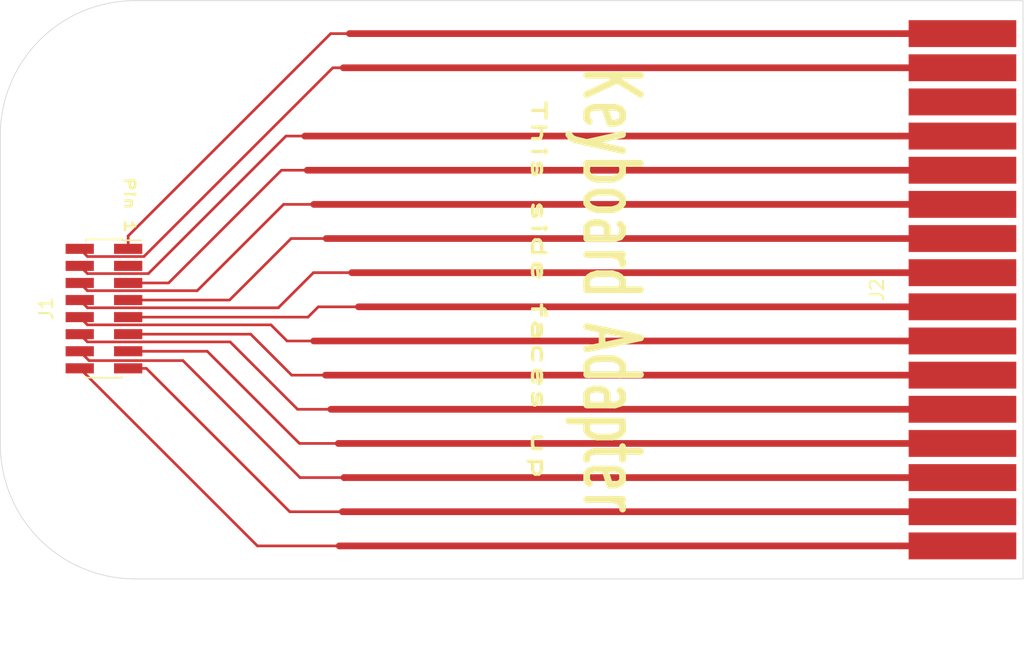
<source format=kicad_pcb>
(kicad_pcb (version 20171130) (host pcbnew "(5.1.10)-1")

  (general
    (thickness 1.6)
    (drawings 15)
    (tracks 70)
    (zones 0)
    (modules 2)
    (nets 18)
  )

  (page A4)
  (layers
    (0 F.Cu signal)
    (31 B.Cu signal)
    (32 B.Adhes user)
    (33 F.Adhes user)
    (34 B.Paste user)
    (35 F.Paste user)
    (36 B.SilkS user)
    (37 F.SilkS user)
    (38 B.Mask user)
    (39 F.Mask user)
    (40 Dwgs.User user)
    (41 Cmts.User user)
    (42 Eco1.User user)
    (43 Eco2.User user)
    (44 Edge.Cuts user)
    (45 Margin user)
    (46 B.CrtYd user)
    (47 F.CrtYd user)
    (48 B.Fab user)
    (49 F.Fab user)
  )

  (setup
    (last_trace_width 0.2)
    (user_trace_width 0.5)
    (trace_clearance 0.1)
    (zone_clearance 0.508)
    (zone_45_only no)
    (trace_min 0.2)
    (via_size 0.8)
    (via_drill 0.4)
    (via_min_size 0.4)
    (via_min_drill 0.3)
    (uvia_size 0.3)
    (uvia_drill 0.1)
    (uvias_allowed no)
    (uvia_min_size 0.2)
    (uvia_min_drill 0.1)
    (edge_width 0.05)
    (segment_width 0.2)
    (pcb_text_width 0.3)
    (pcb_text_size 1.5 1.5)
    (mod_edge_width 0.12)
    (mod_text_size 1 1)
    (mod_text_width 0.15)
    (pad_size 2.1 0.75)
    (pad_drill 0)
    (pad_to_mask_clearance 0)
    (aux_axis_origin 0 0)
    (visible_elements 7FFFFFFF)
    (pcbplotparams
      (layerselection 0x010fc_ffffffff)
      (usegerberextensions true)
      (usegerberattributes false)
      (usegerberadvancedattributes false)
      (creategerberjobfile false)
      (excludeedgelayer true)
      (linewidth 0.100000)
      (plotframeref false)
      (viasonmask false)
      (mode 1)
      (useauxorigin false)
      (hpglpennumber 1)
      (hpglpenspeed 20)
      (hpglpendiameter 15.000000)
      (psnegative false)
      (psa4output false)
      (plotreference true)
      (plotvalue true)
      (plotinvisibletext false)
      (padsonsilk false)
      (subtractmaskfromsilk false)
      (outputformat 1)
      (mirror false)
      (drillshape 0)
      (scaleselection 1)
      (outputdirectory "Output/"))
  )

  (net 0 "")
  (net 1 PA0)
  (net 2 PA1)
  (net 3 PA2)
  (net 4 PA3)
  (net 5 PA4)
  (net 6 PA5)
  (net 7 PA6)
  (net 8 PB0)
  (net 9 PB1)
  (net 10 PB2)
  (net 11 PB3)
  (net 12 PB4)
  (net 13 PB5)
  (net 14 PB6)
  (net 15 PB7)
  (net 16 "Net-(J2-Pad3)")
  (net 17 "Net-(J1-Pad3)")

  (net_class Default "This is the default net class."
    (clearance 0.1)
    (trace_width 0.2)
    (via_dia 0.8)
    (via_drill 0.4)
    (uvia_dia 0.3)
    (uvia_drill 0.1)
    (add_net "Net-(J1-Pad3)")
    (add_net "Net-(J2-Pad3)")
    (add_net PA0)
    (add_net PA1)
    (add_net PA2)
    (add_net PA3)
    (add_net PA4)
    (add_net PA5)
    (add_net PA6)
    (add_net PB0)
    (add_net PB1)
    (add_net PB2)
    (add_net PB3)
    (add_net PB4)
    (add_net PB5)
    (add_net PB6)
    (add_net PB7)
  )

  (module Connector_PCBEdge:CARD_EDGE_16PIN_2.54mm (layer F.Cu) (tedit 616DBB9F) (tstamp 61775260)
    (at 172.5 94.5 90)
    (path /616E650D)
    (fp_text reference J2 (at 0 -6.35 90) (layer F.SilkS)
      (effects (font (size 1 1) (thickness 0.15)))
    )
    (fp_text value Conn_01x16 (at 0 -8.89 90) (layer F.Fab)
      (effects (font (size 1 1) (thickness 0.15)))
    )
    (pad 16 connect rect (at -19.05 0 90) (size 2 8) (layers F.Cu F.Mask)
      (net 15 PB7))
    (pad 15 connect rect (at -16.51 0 90) (size 2 8) (layers F.Cu F.Mask)
      (net 14 PB6))
    (pad 14 connect rect (at -13.97 0 90) (size 2 8) (layers F.Cu F.Mask)
      (net 13 PB5))
    (pad 13 connect rect (at -11.43 0 90) (size 2 8) (layers F.Cu F.Mask)
      (net 12 PB4))
    (pad 12 connect rect (at -8.89 0 90) (size 2 8) (layers F.Cu F.Mask)
      (net 11 PB3))
    (pad 11 connect rect (at -6.35 0 90) (size 2 8) (layers F.Cu F.Mask)
      (net 10 PB2))
    (pad 10 connect rect (at -3.81 0 90) (size 2 8) (layers F.Cu F.Mask)
      (net 9 PB1))
    (pad 9 connect rect (at -1.27 0 90) (size 2 8) (layers F.Cu F.Mask)
      (net 8 PB0))
    (pad 8 connect rect (at 1.27 0 90) (size 2 8) (layers F.Cu F.Mask)
      (net 7 PA6))
    (pad 7 connect rect (at 3.81 0 90) (size 2 8) (layers F.Cu F.Mask)
      (net 6 PA5))
    (pad 6 connect rect (at 6.35 0 90) (size 2 8) (layers F.Cu F.Mask)
      (net 5 PA4))
    (pad 5 connect rect (at 8.89 0 90) (size 2 8) (layers F.Cu F.Mask)
      (net 4 PA3))
    (pad 4 connect rect (at 11.43 0 90) (size 2 8) (layers F.Cu F.Mask)
      (net 3 PA2))
    (pad 3 connect rect (at 13.97 0 90) (size 2 8) (layers F.Cu F.Mask)
      (net 16 "Net-(J2-Pad3)"))
    (pad 2 connect rect (at 16.51 0 90) (size 2 8) (layers F.Cu F.Mask)
      (net 2 PA1))
    (pad 1 connect rect (at 19.05 0 90) (size 2 8) (layers F.Cu F.Mask)
      (net 1 PA0))
  )

  (module Connector_PinSocket_1.27mm:PinSocket_2x08_P1.27mm_Vertical_SMD (layer F.Cu) (tedit 61786A50) (tstamp 6178142D)
    (at 108.7 95.9)
    (descr "surface-mounted straight socket strip, 2x08, 1.27mm pitch, double cols (from Kicad 4.0.7!), script generated")
    (tags "Surface mounted socket strip SMD 2x08 1.27mm double row")
    (path /616C8BB3)
    (attr smd)
    (fp_text reference J1 (at -4.3 0 90) (layer F.SilkS)
      (effects (font (size 1 1) (thickness 0.15)))
    )
    (fp_text value Conn_01x16 (at 0 6.58) (layer F.Fab)
      (effects (font (size 1 1) (thickness 0.15)))
    )
    (fp_line (start -1.33 -5.14) (end 1.33 -5.14) (layer F.SilkS) (width 0.12))
    (fp_line (start 1.33 -5.14) (end 1.33 -5.08) (layer F.SilkS) (width 0.12))
    (fp_line (start 1.33 5.08) (end 1.33 5.14) (layer F.SilkS) (width 0.12))
    (fp_line (start -1.33 5.14) (end 1.33 5.14) (layer F.SilkS) (width 0.12))
    (fp_line (start -1.33 -5.14) (end -1.33 -5.08) (layer F.SilkS) (width 0.12))
    (fp_line (start -1.33 5.08) (end -1.33 5.14) (layer F.SilkS) (width 0.12))
    (fp_line (start 1.33 -5.08) (end 2.79 -5.08) (layer F.SilkS) (width 0.12))
    (fp_line (start -1.27 -5.08) (end 0.635 -5.08) (layer F.Fab) (width 0.1))
    (fp_line (start 0.635 -5.08) (end 1.27 -4.445) (layer F.Fab) (width 0.1))
    (fp_line (start 1.27 -4.445) (end 1.27 5.08) (layer F.Fab) (width 0.1))
    (fp_line (start 1.27 5.08) (end -1.27 5.08) (layer F.Fab) (width 0.1))
    (fp_line (start -1.27 5.08) (end -1.27 -5.08) (layer F.Fab) (width 0.1))
    (fp_line (start -2.555 -4.645) (end -1.27 -4.645) (layer F.Fab) (width 0.1))
    (fp_line (start -1.27 -4.245) (end -2.555 -4.245) (layer F.Fab) (width 0.1))
    (fp_line (start -2.555 -4.245) (end -2.555 -4.645) (layer F.Fab) (width 0.1))
    (fp_line (start 1.27 -4.645) (end 2.555 -4.645) (layer F.Fab) (width 0.1))
    (fp_line (start 2.555 -4.645) (end 2.555 -4.245) (layer F.Fab) (width 0.1))
    (fp_line (start 2.555 -4.245) (end 1.27 -4.245) (layer F.Fab) (width 0.1))
    (fp_line (start -2.555 -3.375) (end -1.27 -3.375) (layer F.Fab) (width 0.1))
    (fp_line (start -1.27 -2.975) (end -2.555 -2.975) (layer F.Fab) (width 0.1))
    (fp_line (start -2.555 -2.975) (end -2.555 -3.375) (layer F.Fab) (width 0.1))
    (fp_line (start 1.27 -3.375) (end 2.555 -3.375) (layer F.Fab) (width 0.1))
    (fp_line (start 2.555 -3.375) (end 2.555 -2.975) (layer F.Fab) (width 0.1))
    (fp_line (start 2.555 -2.975) (end 1.27 -2.975) (layer F.Fab) (width 0.1))
    (fp_line (start -2.555 -2.105) (end -1.27 -2.105) (layer F.Fab) (width 0.1))
    (fp_line (start -1.27 -1.705) (end -2.555 -1.705) (layer F.Fab) (width 0.1))
    (fp_line (start -2.555 -1.705) (end -2.555 -2.105) (layer F.Fab) (width 0.1))
    (fp_line (start 1.27 -2.105) (end 2.555 -2.105) (layer F.Fab) (width 0.1))
    (fp_line (start 2.555 -2.105) (end 2.555 -1.705) (layer F.Fab) (width 0.1))
    (fp_line (start 2.555 -1.705) (end 1.27 -1.705) (layer F.Fab) (width 0.1))
    (fp_line (start -2.555 -0.835) (end -1.27 -0.835) (layer F.Fab) (width 0.1))
    (fp_line (start -1.27 -0.435) (end -2.555 -0.435) (layer F.Fab) (width 0.1))
    (fp_line (start -2.555 -0.435) (end -2.555 -0.835) (layer F.Fab) (width 0.1))
    (fp_line (start 1.27 -0.835) (end 2.555 -0.835) (layer F.Fab) (width 0.1))
    (fp_line (start 2.555 -0.835) (end 2.555 -0.435) (layer F.Fab) (width 0.1))
    (fp_line (start 2.555 -0.435) (end 1.27 -0.435) (layer F.Fab) (width 0.1))
    (fp_line (start -2.555 0.435) (end -1.27 0.435) (layer F.Fab) (width 0.1))
    (fp_line (start -1.27 0.835) (end -2.555 0.835) (layer F.Fab) (width 0.1))
    (fp_line (start -2.555 0.835) (end -2.555 0.435) (layer F.Fab) (width 0.1))
    (fp_line (start 1.27 0.435) (end 2.555 0.435) (layer F.Fab) (width 0.1))
    (fp_line (start 2.555 0.435) (end 2.555 0.835) (layer F.Fab) (width 0.1))
    (fp_line (start 2.555 0.835) (end 1.27 0.835) (layer F.Fab) (width 0.1))
    (fp_line (start -2.555 1.705) (end -1.27 1.705) (layer F.Fab) (width 0.1))
    (fp_line (start -1.27 2.105) (end -2.555 2.105) (layer F.Fab) (width 0.1))
    (fp_line (start -2.555 2.105) (end -2.555 1.705) (layer F.Fab) (width 0.1))
    (fp_line (start 1.27 1.705) (end 2.555 1.705) (layer F.Fab) (width 0.1))
    (fp_line (start 2.555 1.705) (end 2.555 2.105) (layer F.Fab) (width 0.1))
    (fp_line (start 2.555 2.105) (end 1.27 2.105) (layer F.Fab) (width 0.1))
    (fp_line (start -2.555 2.975) (end -1.27 2.975) (layer F.Fab) (width 0.1))
    (fp_line (start -1.27 3.375) (end -2.555 3.375) (layer F.Fab) (width 0.1))
    (fp_line (start -2.555 3.375) (end -2.555 2.975) (layer F.Fab) (width 0.1))
    (fp_line (start 1.27 2.975) (end 2.555 2.975) (layer F.Fab) (width 0.1))
    (fp_line (start 2.555 2.975) (end 2.555 3.375) (layer F.Fab) (width 0.1))
    (fp_line (start 2.555 3.375) (end 1.27 3.375) (layer F.Fab) (width 0.1))
    (fp_line (start -2.555 4.245) (end -1.27 4.245) (layer F.Fab) (width 0.1))
    (fp_line (start -1.27 4.645) (end -2.555 4.645) (layer F.Fab) (width 0.1))
    (fp_line (start -2.555 4.645) (end -2.555 4.245) (layer F.Fab) (width 0.1))
    (fp_line (start 1.27 4.245) (end 2.555 4.245) (layer F.Fab) (width 0.1))
    (fp_line (start 2.555 4.245) (end 2.555 4.645) (layer F.Fab) (width 0.1))
    (fp_line (start 2.555 4.645) (end 1.27 4.645) (layer F.Fab) (width 0.1))
    (fp_line (start -3.35 -5.6) (end 3.35 -5.6) (layer F.CrtYd) (width 0.05))
    (fp_line (start 3.35 -5.6) (end 3.35 5.6) (layer F.CrtYd) (width 0.05))
    (fp_line (start 3.35 5.6) (end -3.35 5.6) (layer F.CrtYd) (width 0.05))
    (fp_line (start -3.35 5.6) (end -3.35 -5.6) (layer F.CrtYd) (width 0.05))
    (fp_text user %R (at 0 0 90) (layer F.Fab)
      (effects (font (size 1 1) (thickness 0.15)))
    )
    (pad 16 smd rect (at -1.8 4.445) (size 2.1 0.75) (layers F.Cu F.Paste F.Mask)
      (net 15 PB7))
    (pad 15 smd rect (at 1.8 4.445) (size 2.1 0.75) (layers F.Cu F.Paste F.Mask)
      (net 14 PB6))
    (pad 14 smd rect (at -1.8 3.175) (size 2.1 0.75) (layers F.Cu F.Paste F.Mask)
      (net 13 PB5))
    (pad 13 smd rect (at 1.8 3.175) (size 2.1 0.75) (layers F.Cu F.Paste F.Mask)
      (net 12 PB4))
    (pad 12 smd rect (at -1.8 1.905) (size 2.1 0.75) (layers F.Cu F.Paste F.Mask)
      (net 11 PB3))
    (pad 11 smd rect (at 1.8 1.905) (size 2.1 0.75) (layers F.Cu F.Paste F.Mask)
      (net 10 PB2))
    (pad 10 smd rect (at -1.8 0.635) (size 2.1 0.75) (layers F.Cu F.Paste F.Mask)
      (net 9 PB1))
    (pad 9 smd rect (at 1.8 0.635) (size 2.1 0.75) (layers F.Cu F.Paste F.Mask)
      (net 8 PB0))
    (pad 8 smd rect (at -1.8 -0.635) (size 2.1 0.75) (layers F.Cu F.Paste F.Mask)
      (net 7 PA6))
    (pad 7 smd rect (at 1.8 -0.635) (size 2.1 0.75) (layers F.Cu F.Paste F.Mask)
      (net 6 PA5))
    (pad 6 smd rect (at -1.8 -1.905) (size 2.1 0.75) (layers F.Cu F.Paste F.Mask)
      (net 5 PA4))
    (pad 5 smd rect (at 1.8 -1.905) (size 2.1 0.75) (layers F.Cu F.Paste F.Mask)
      (net 4 PA3))
    (pad 4 smd rect (at -1.8 -3.175) (size 2.1 0.75) (layers F.Cu F.Paste F.Mask)
      (net 3 PA2))
    (pad 3 smd rect (at 1.8 -3.175) (size 2.1 0.75) (layers F.Cu F.Paste F.Mask)
      (net 17 "Net-(J1-Pad3)"))
    (pad 2 smd rect (at -1.8 -4.445) (size 2.1 0.75) (layers F.Cu F.Paste F.Mask)
      (net 2 PA1))
    (pad 1 smd rect (at 1.8 -4.445) (size 2.1 0.75) (layers F.Cu F.Paste F.Mask)
      (net 1 PA0))
    (model ${KISYS3DMOD}/Connector_PinSocket_1.27mm.3dshapes/PinSocket_2x08_P1.27mm_Vertical_SMD.wrl
      (at (xyz 0 0 0))
      (scale (xyz 1 1 1))
      (rotate (xyz 0 0 0))
    )
  )

  (gr_poly (pts (xy 177 116) (xy 168.5 116) (xy 168.5 73) (xy 177 73)) (layer F.Mask) (width 0.1))
  (gr_text "Stiffener\nBOT" (at 172.5 119) (layer Dwgs.User)
    (effects (font (size 1 1) (thickness 0.15)))
  )
  (gr_line (start 177 117) (end 177 121) (layer Dwgs.User) (width 0.15))
  (gr_line (start 168 117) (end 168 121) (layer Dwgs.User) (width 0.15))
  (gr_arc (start 111 106) (end 101 106) (angle -90) (layer Edge.Cuts) (width 0.05))
  (gr_arc (start 111 83) (end 111 73) (angle -90) (layer Edge.Cuts) (width 0.05))
  (gr_line (start 101 83) (end 101 106) (layer Edge.Cuts) (width 0.05))
  (gr_text "Pin 1" (at 110.6 88.2 -90) (layer F.SilkS) (tstamp 6177F944)
    (effects (font (size 0.75 1) (thickness 0.1875)))
  )
  (gr_text "This side faces up" (at 141 94.5 270) (layer F.SilkS) (tstamp 61775828)
    (effects (font (size 1 2) (thickness 0.25)))
  )
  (gr_text "Keyboard Adapter\n" (at 146.4 94.5 -90) (layer F.SilkS)
    (effects (font (size 4 2.5) (thickness 0.5)))
  )
  (gr_line (start 111 116) (end 150 116) (layer Edge.Cuts) (width 0.05) (tstamp 6177491B))
  (gr_line (start 150 73) (end 111 73) (layer Edge.Cuts) (width 0.05))
  (gr_line (start 150 73) (end 177 73) (layer Edge.Cuts) (width 0.05) (tstamp 616E2505))
  (gr_line (start 177 116) (end 150 116) (layer Edge.Cuts) (width 0.05))
  (gr_line (start 177 73) (end 177 116) (layer Edge.Cuts) (width 0.05))

  (segment (start 126.94736 75.45) (end 172.5 75.45) (width 0.5) (layer F.Cu) (net 1))
  (segment (start 110.5 91.455) (end 110.5 90.5) (width 0.2) (layer F.Cu) (net 1))
  (segment (start 125.55 75.45) (end 126.94736 75.45) (width 0.2) (layer F.Cu) (net 1))
  (segment (start 110.5 90.5) (end 125.55 75.45) (width 0.2) (layer F.Cu) (net 1))
  (segment (start 172.5 77.99) (end 126.49016 77.99) (width 0.5) (layer F.Cu) (net 2))
  (segment (start 107.475001 92.030001) (end 111.669999 92.030001) (width 0.2) (layer F.Cu) (net 2))
  (segment (start 106.9 91.455) (end 107.475001 92.030001) (width 0.2) (layer F.Cu) (net 2))
  (segment (start 125.71 77.99) (end 126.49016 77.99) (width 0.2) (layer F.Cu) (net 2))
  (segment (start 111.669999 92.030001) (end 125.71 77.99) (width 0.2) (layer F.Cu) (net 2))
  (segment (start 172.5 83.07) (end 123.63012 83.07) (width 0.5) (layer F.Cu) (net 3))
  (segment (start 107.475001 93.300001) (end 111.999999 93.300001) (width 0.2) (layer F.Cu) (net 3))
  (segment (start 106.9 92.725) (end 107.475001 93.300001) (width 0.2) (layer F.Cu) (net 3))
  (segment (start 122.23 83.07) (end 123.63012 83.07) (width 0.2) (layer F.Cu) (net 3))
  (segment (start 111.999999 93.300001) (end 122.23 83.07) (width 0.2) (layer F.Cu) (net 3))
  (segment (start 172.5 85.61) (end 123.80792 85.61) (width 0.5) (layer F.Cu) (net 4))
  (segment (start 110.5 93.995) (end 113.505 93.995) (width 0.2) (layer F.Cu) (net 4))
  (segment (start 121.89 85.61) (end 123.80792 85.61) (width 0.2) (layer F.Cu) (net 4))
  (segment (start 113.505 93.995) (end 121.89 85.61) (width 0.2) (layer F.Cu) (net 4))
  (segment (start 172.5 88.15) (end 124.2956 88.15) (width 0.5) (layer F.Cu) (net 5))
  (segment (start 107.475001 94.570001) (end 115.629999 94.570001) (width 0.2) (layer F.Cu) (net 5))
  (segment (start 106.9 93.995) (end 107.475001 94.570001) (width 0.2) (layer F.Cu) (net 5))
  (segment (start 122.05 88.15) (end 124.2956 88.15) (width 0.2) (layer F.Cu) (net 5))
  (segment (start 115.629999 94.570001) (end 122.05 88.15) (width 0.2) (layer F.Cu) (net 5))
  (segment (start 172.5 90.69) (end 125.22016 90.69) (width 0.5) (layer F.Cu) (net 6))
  (segment (start 110.5 95.265) (end 118.035 95.265) (width 0.2) (layer F.Cu) (net 6))
  (segment (start 122.61 90.69) (end 125.22016 90.69) (width 0.2) (layer F.Cu) (net 6))
  (segment (start 118.035 95.265) (end 122.61 90.69) (width 0.2) (layer F.Cu) (net 6))
  (segment (start 172.5 93.23) (end 127.115 93.23) (width 0.5) (layer F.Cu) (net 7))
  (segment (start 107.475001 95.840001) (end 121.659999 95.840001) (width 0.2) (layer F.Cu) (net 7))
  (segment (start 106.9 95.265) (end 107.475001 95.840001) (width 0.2) (layer F.Cu) (net 7))
  (segment (start 124.27 93.23) (end 127.115 93.23) (width 0.2) (layer F.Cu) (net 7))
  (segment (start 121.659999 95.840001) (end 124.27 93.23) (width 0.2) (layer F.Cu) (net 7))
  (segment (start 172.5 95.77) (end 127.61284 95.77) (width 0.5) (layer F.Cu) (net 8))
  (segment (start 110.5 96.535) (end 123.865 96.535) (width 0.2) (layer F.Cu) (net 8))
  (segment (start 124.63 95.77) (end 127.61284 95.77) (width 0.2) (layer F.Cu) (net 8))
  (segment (start 123.865 96.535) (end 124.63 95.77) (width 0.2) (layer F.Cu) (net 8))
  (segment (start 172.5 98.31) (end 124.2942 98.31) (width 0.5) (layer F.Cu) (net 9))
  (segment (start 107.475001 97.110001) (end 121.110001 97.110001) (width 0.2) (layer F.Cu) (net 9))
  (segment (start 106.9 96.535) (end 107.475001 97.110001) (width 0.2) (layer F.Cu) (net 9))
  (segment (start 122.31 98.31) (end 124.2942 98.31) (width 0.2) (layer F.Cu) (net 9))
  (segment (start 121.110001 97.110001) (end 122.31 98.31) (width 0.2) (layer F.Cu) (net 9))
  (segment (start 172.5 100.85) (end 125.16288 100.85) (width 0.5) (layer F.Cu) (net 10))
  (segment (start 110.5 97.805) (end 119.605 97.805) (width 0.2) (layer F.Cu) (net 10))
  (segment (start 122.65 100.85) (end 125.16288 100.85) (width 0.2) (layer F.Cu) (net 10))
  (segment (start 119.605 97.805) (end 122.65 100.85) (width 0.2) (layer F.Cu) (net 10))
  (segment (start 172.5 103.39) (end 125.5642 103.39) (width 0.5) (layer F.Cu) (net 11))
  (segment (start 107.475001 98.380001) (end 118.080001 98.380001) (width 0.2) (layer F.Cu) (net 11))
  (segment (start 106.9 97.805) (end 107.475001 98.380001) (width 0.2) (layer F.Cu) (net 11))
  (segment (start 123.09 103.39) (end 125.5642 103.39) (width 0.2) (layer F.Cu) (net 11))
  (segment (start 118.080001 98.380001) (end 123.09 103.39) (width 0.2) (layer F.Cu) (net 11))
  (segment (start 172.5 105.93) (end 126.14332 105.93) (width 0.5) (layer F.Cu) (net 12))
  (segment (start 126.14332 105.93) (end 126.11792 105.93) (width 0.5) (layer F.Cu) (net 12))
  (segment (start 110.5 99.075) (end 116.375 99.075) (width 0.2) (layer F.Cu) (net 12))
  (segment (start 123.23 105.93) (end 126.14332 105.93) (width 0.2) (layer F.Cu) (net 12))
  (segment (start 116.375 99.075) (end 123.23 105.93) (width 0.2) (layer F.Cu) (net 12))
  (segment (start 172.5 108.47) (end 126.554278 108.47) (width 0.5) (layer F.Cu) (net 13))
  (segment (start 126.554278 108.47) (end 126.53956 108.47) (width 0.5) (layer F.Cu) (net 13))
  (segment (start 107.594999 99.769999) (end 114.569999 99.769999) (width 0.2) (layer F.Cu) (net 13))
  (segment (start 106.9 99.075) (end 107.594999 99.769999) (width 0.2) (layer F.Cu) (net 13))
  (segment (start 123.27 108.47) (end 126.554278 108.47) (width 0.2) (layer F.Cu) (net 13))
  (segment (start 114.569999 99.769999) (end 123.27 108.47) (width 0.2) (layer F.Cu) (net 13))
  (segment (start 172.5 111.01) (end 126.47352 111.01) (width 0.5) (layer F.Cu) (net 14))
  (segment (start 126.47352 111.01) (end 126.42272 111.01) (width 0.5) (layer F.Cu) (net 14))
  (segment (start 110.5 100.345) (end 111.845 100.345) (width 0.2) (layer F.Cu) (net 14))
  (segment (start 122.51 111.01) (end 126.47352 111.01) (width 0.2) (layer F.Cu) (net 14))
  (segment (start 111.845 100.345) (end 122.51 111.01) (width 0.2) (layer F.Cu) (net 14))
  (segment (start 172.5 113.55) (end 126.23984 113.55) (width 0.5) (layer F.Cu) (net 15))
  (segment (start 126.23984 113.55) (end 126.18396 113.55) (width 0.5) (layer F.Cu) (net 15))
  (segment (start 120.105 113.55) (end 126.23984 113.55) (width 0.2) (layer F.Cu) (net 15))
  (segment (start 106.9 100.345) (end 120.105 113.55) (width 0.2) (layer F.Cu) (net 15))

)

</source>
